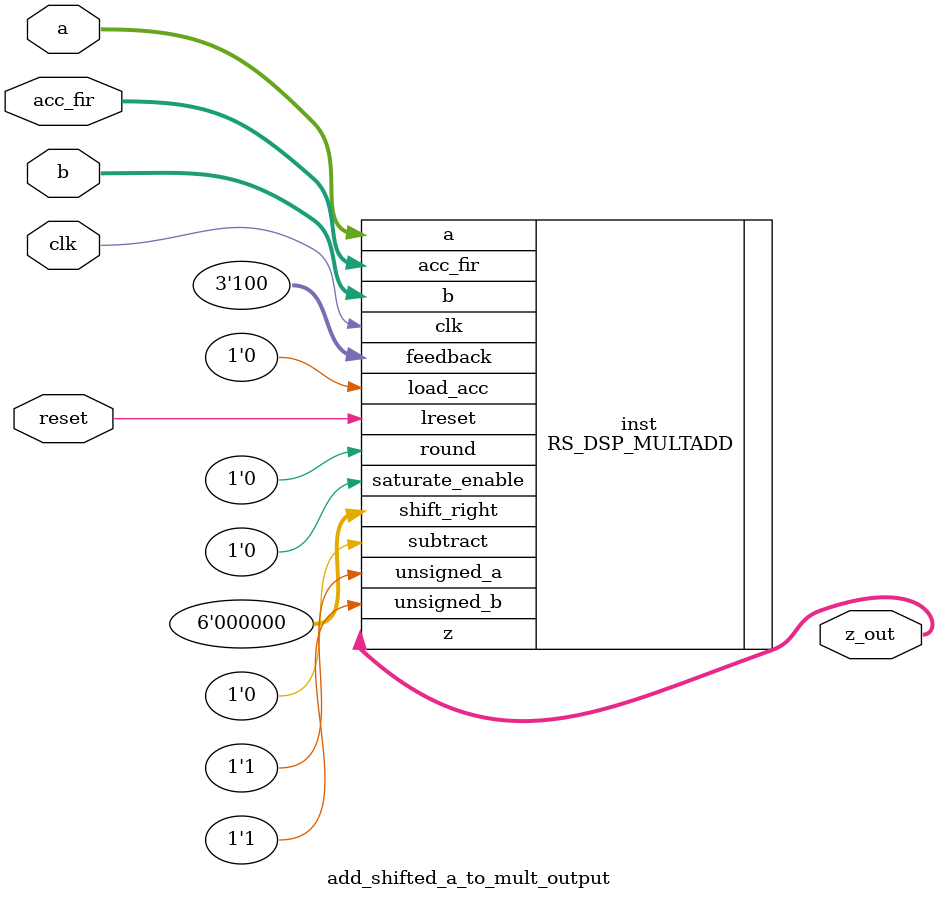
<source format=v>
/* Generated by Yosys 0.18+10 (git sha1 d33a229cd, gcc 11.2.0 -fPIC -Os) */

module add_shifted_a_to_mult_output(clk, reset, b, acc_fir, z_out, a);
  input [19:0] a;
  input [5:0] acc_fir;
  input [17:0] b;
  input clk;
  input reset;
  output [37:0] z_out;
  (* src = "/nfs_scratch/scratch/CompilerValidation/abdul_hameed/Jira_Testcase/add_shifted_a_to_mult_output/results_dir/.././rtl/add_shifted_a_to_mult_output.v:2" *)
  (* src = "/nfs_scratch/scratch/CompilerValidation/abdul_hameed/Jira_Testcase/add_shifted_a_to_mult_output/results_dir/.././rtl/add_shifted_a_to_mult_output.v:2" *)
  wire [19:0] a;
  (* src = "/nfs_scratch/scratch/CompilerValidation/abdul_hameed/Jira_Testcase/add_shifted_a_to_mult_output/results_dir/.././rtl/add_shifted_a_to_mult_output.v:6" *)
  (* src = "/nfs_scratch/scratch/CompilerValidation/abdul_hameed/Jira_Testcase/add_shifted_a_to_mult_output/results_dir/.././rtl/add_shifted_a_to_mult_output.v:6" *)
  wire [5:0] acc_fir;
  (* src = "/nfs_scratch/scratch/CompilerValidation/abdul_hameed/Jira_Testcase/add_shifted_a_to_mult_output/results_dir/.././rtl/add_shifted_a_to_mult_output.v:3" *)
  (* src = "/nfs_scratch/scratch/CompilerValidation/abdul_hameed/Jira_Testcase/add_shifted_a_to_mult_output/results_dir/.././rtl/add_shifted_a_to_mult_output.v:3" *)
  wire [17:0] b;
  (* src = "/nfs_scratch/scratch/CompilerValidation/abdul_hameed/Jira_Testcase/add_shifted_a_to_mult_output/results_dir/.././rtl/add_shifted_a_to_mult_output.v:4" *)
  (* src = "/nfs_scratch/scratch/CompilerValidation/abdul_hameed/Jira_Testcase/add_shifted_a_to_mult_output/results_dir/.././rtl/add_shifted_a_to_mult_output.v:4" *)
  wire clk;
  (* src = "/nfs_scratch/scratch/CompilerValidation/abdul_hameed/Jira_Testcase/add_shifted_a_to_mult_output/results_dir/.././rtl/add_shifted_a_to_mult_output.v:5" *)
  (* src = "/nfs_scratch/scratch/CompilerValidation/abdul_hameed/Jira_Testcase/add_shifted_a_to_mult_output/results_dir/.././rtl/add_shifted_a_to_mult_output.v:5" *)
  wire reset;
  (* src = "/nfs_scratch/scratch/CompilerValidation/abdul_hameed/Jira_Testcase/add_shifted_a_to_mult_output/results_dir/.././rtl/add_shifted_a_to_mult_output.v:7" *)
  (* src = "/nfs_scratch/scratch/CompilerValidation/abdul_hameed/Jira_Testcase/add_shifted_a_to_mult_output/results_dir/.././rtl/add_shifted_a_to_mult_output.v:7" *)
  wire [37:0] z_out;
  RS_DSP_MULTADD #(
    .MODE_BITS(80'h01000000000000000000)
  ) inst (
    .a(a),
    .acc_fir(acc_fir),
    .b(b),
    .clk(clk),
    .feedback(3'h4),
    .load_acc(1'h0),
    .lreset(reset),
    .round(1'h0),
    .saturate_enable(1'h0),
    .shift_right(6'h00),
    .subtract(1'h0),
    .unsigned_a(1'h1),
    .unsigned_b(1'h1),
    .z(z_out)
  );
endmodule

</source>
